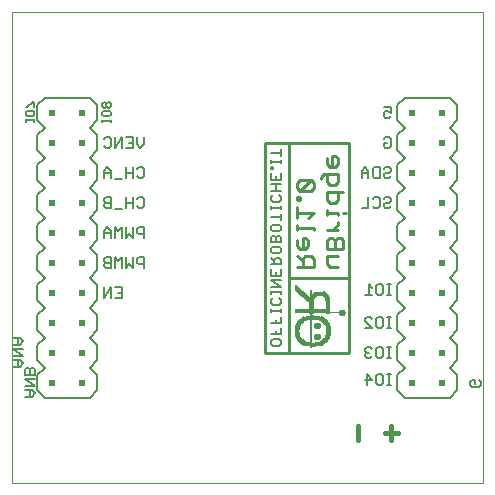
<source format=gbr>
G75*
%MOIN*%
%OFA0B0*%
%FSLAX24Y24*%
%IPPOS*%
%LPD*%
%AMOC8*
5,1,8,0,0,1.08239X$1,22.5*
%
%ADD10C,0.0060*%
%ADD11C,0.0050*%
%ADD12C,0.0010*%
%ADD13C,0.0110*%
%ADD14C,0.0070*%
%ADD15R,0.0004X0.0075*%
%ADD16R,0.0004X0.0165*%
%ADD17R,0.0004X0.0220*%
%ADD18R,0.0004X0.0264*%
%ADD19R,0.0004X0.0295*%
%ADD20R,0.0004X0.0327*%
%ADD21R,0.0004X0.0354*%
%ADD22R,0.0004X0.0150*%
%ADD23R,0.0004X0.0193*%
%ADD24R,0.0004X0.0382*%
%ADD25R,0.0004X0.0402*%
%ADD26R,0.0004X0.0197*%
%ADD27R,0.0004X0.0421*%
%ADD28R,0.0004X0.0445*%
%ADD29R,0.0004X0.0461*%
%ADD30R,0.0004X0.0480*%
%ADD31R,0.0004X0.0496*%
%ADD32R,0.0004X0.0512*%
%ADD33R,0.0004X0.0528*%
%ADD34R,0.0004X0.0543*%
%ADD35R,0.0004X0.0555*%
%ADD36R,0.0004X0.0567*%
%ADD37R,0.0004X0.0583*%
%ADD38R,0.0004X0.0594*%
%ADD39R,0.0004X0.0606*%
%ADD40R,0.0004X0.0618*%
%ADD41R,0.0004X0.0630*%
%ADD42R,0.0004X0.0638*%
%ADD43R,0.0004X0.0654*%
%ADD44R,0.0004X0.0661*%
%ADD45R,0.0004X0.0669*%
%ADD46R,0.0004X0.0677*%
%ADD47R,0.0004X0.0693*%
%ADD48R,0.0004X0.0701*%
%ADD49R,0.0004X0.0709*%
%ADD50R,0.0004X0.0717*%
%ADD51R,0.0004X0.0311*%
%ADD52R,0.0004X0.0287*%
%ADD53R,0.0004X0.0276*%
%ADD54R,0.0004X0.0272*%
%ADD55R,0.0004X0.0256*%
%ADD56R,0.0004X0.0252*%
%ADD57R,0.0004X0.0248*%
%ADD58R,0.0004X0.0244*%
%ADD59R,0.0004X0.0240*%
%ADD60R,0.0004X0.0236*%
%ADD61R,0.0004X0.0232*%
%ADD62R,0.0004X0.0228*%
%ADD63R,0.0004X0.0224*%
%ADD64R,0.0004X0.0217*%
%ADD65R,0.0004X0.0213*%
%ADD66R,0.0004X0.0209*%
%ADD67R,0.0004X0.0205*%
%ADD68R,0.0004X0.0201*%
%ADD69R,0.0004X0.0189*%
%ADD70R,0.0004X0.0185*%
%ADD71R,0.0004X0.0181*%
%ADD72R,0.0004X0.0177*%
%ADD73R,0.0004X0.0173*%
%ADD74R,0.0004X0.0169*%
%ADD75R,0.0004X0.0161*%
%ADD76R,0.0004X0.0157*%
%ADD77R,0.0004X0.0154*%
%ADD78R,0.0004X0.0551*%
%ADD79R,0.0004X0.0547*%
%ADD80R,0.0004X0.0539*%
%ADD81R,0.0004X0.0535*%
%ADD82R,0.0004X0.0571*%
%ADD83R,0.0004X0.0579*%
%ADD84R,0.0004X0.0587*%
%ADD85R,0.0004X0.0591*%
%ADD86R,0.0004X0.0598*%
%ADD87R,0.0004X0.0602*%
%ADD88R,0.0004X0.0610*%
%ADD89R,0.0004X0.0614*%
%ADD90R,0.0004X0.0626*%
%ADD91R,0.0004X0.0634*%
%ADD92R,0.0004X0.0642*%
%ADD93R,0.0004X0.0646*%
%ADD94R,0.0004X0.0280*%
%ADD95R,0.0004X0.0031*%
%ADD96R,0.0004X0.0067*%
%ADD97R,0.0004X0.0087*%
%ADD98R,0.0004X0.0102*%
%ADD99R,0.0004X0.0114*%
%ADD100R,0.0004X0.0126*%
%ADD101R,0.0004X0.0134*%
%ADD102R,0.0004X0.0146*%
%ADD103R,0.0004X0.0138*%
%ADD104R,0.0004X0.0118*%
%ADD105R,0.0004X0.0091*%
%ADD106R,0.0004X0.0071*%
%ADD107R,0.0004X0.0039*%
%ADD108R,0.0004X0.0689*%
%ADD109R,0.0004X0.0260*%
%ADD110R,0.0004X0.0685*%
%ADD111R,0.0004X0.0681*%
%ADD112R,0.0004X0.0673*%
%ADD113R,0.0004X0.0665*%
%ADD114R,0.0004X0.0657*%
%ADD115R,0.0004X0.0622*%
%ADD116R,0.0004X0.0559*%
%ADD117R,0.0004X0.0476*%
%ADD118R,0.0004X0.0457*%
%ADD119R,0.0004X0.0524*%
%ADD120R,0.0004X0.0441*%
%ADD121R,0.0004X0.0508*%
%ADD122R,0.0004X0.0488*%
%ADD123R,0.0004X0.0398*%
%ADD124R,0.0004X0.0465*%
%ADD125R,0.0004X0.0374*%
%ADD126R,0.0004X0.0433*%
%ADD127R,0.0004X0.0350*%
%ADD128R,0.0004X0.0323*%
%ADD129R,0.0004X0.0059*%
%ADD130R,0.0004X0.0083*%
%ADD131R,0.0004X0.0098*%
%ADD132R,0.0004X0.0122*%
%ADD133R,0.0004X0.0130*%
%ADD134R,0.0004X0.0142*%
%ADD135R,0.0004X0.0106*%
%ADD136R,0.0004X0.0051*%
%ADD137C,0.0170*%
%ADD138C,0.0100*%
%ADD139R,0.0200X0.0200*%
D10*
X000663Y003794D02*
X000890Y003794D01*
X001004Y003907D01*
X000890Y004021D01*
X000663Y004021D01*
X000663Y004162D02*
X001004Y004162D01*
X000663Y004389D01*
X001004Y004389D01*
X001004Y004530D02*
X001004Y004701D01*
X000947Y004757D01*
X000890Y004757D01*
X000833Y004701D01*
X000833Y004530D01*
X000663Y004530D02*
X000663Y004701D01*
X000720Y004757D01*
X000777Y004757D01*
X000833Y004701D01*
X000663Y004530D02*
X001004Y004530D01*
X001083Y004514D02*
X001083Y004014D01*
X001333Y003764D01*
X002833Y003764D01*
X003083Y004014D01*
X003083Y004514D01*
X002833Y004764D01*
X003083Y005014D01*
X003083Y005514D01*
X002833Y005764D01*
X003083Y006014D01*
X003083Y006514D01*
X002833Y006764D01*
X003083Y007014D01*
X003083Y007514D01*
X002833Y007764D01*
X003083Y008014D01*
X003083Y008514D01*
X002833Y008764D01*
X003083Y009014D01*
X003083Y009514D01*
X002833Y009764D01*
X003083Y010014D01*
X003083Y010514D01*
X002833Y010764D01*
X003083Y011014D01*
X003083Y011514D01*
X002833Y011764D01*
X003083Y012014D01*
X003083Y012514D01*
X002833Y012764D01*
X003083Y013014D01*
X003083Y013514D01*
X002833Y013764D01*
X001333Y013764D01*
X001083Y013514D01*
X001083Y013014D01*
X001333Y012764D01*
X001083Y012514D01*
X001083Y012014D01*
X001333Y011764D01*
X001083Y011514D01*
X001083Y011014D01*
X001333Y010764D01*
X001083Y010514D01*
X001083Y010014D01*
X001333Y009764D01*
X001083Y009514D01*
X001083Y009014D01*
X001333Y008764D01*
X001083Y008514D01*
X001083Y008014D01*
X001333Y007764D01*
X001083Y007514D01*
X001083Y007014D01*
X001333Y006764D01*
X001083Y006514D01*
X001083Y006014D01*
X001333Y005764D01*
X001083Y005514D01*
X001083Y005014D01*
X001333Y004764D01*
X001083Y004514D01*
X000833Y004021D02*
X000833Y003794D01*
X000490Y004794D02*
X000263Y004794D01*
X000433Y004794D02*
X000433Y005021D01*
X000490Y005021D02*
X000263Y005021D01*
X000263Y005162D02*
X000604Y005162D01*
X000263Y005389D01*
X000604Y005389D01*
X000490Y005530D02*
X000604Y005644D01*
X000490Y005757D01*
X000263Y005757D01*
X000433Y005757D02*
X000433Y005530D01*
X000490Y005530D02*
X000263Y005530D01*
X000490Y005021D02*
X000604Y004907D01*
X000490Y004794D01*
X003295Y007094D02*
X003295Y007434D01*
X003522Y007434D02*
X003295Y007094D01*
X003522Y007094D02*
X003522Y007434D01*
X003663Y007434D02*
X003890Y007434D01*
X003890Y007094D01*
X003663Y007094D01*
X003777Y007264D02*
X003890Y007264D01*
X003890Y008094D02*
X003890Y008434D01*
X003777Y008321D01*
X003663Y008434D01*
X003663Y008094D01*
X003522Y008094D02*
X003352Y008094D01*
X003295Y008150D01*
X003295Y008207D01*
X003352Y008264D01*
X003522Y008264D01*
X003522Y008434D02*
X003352Y008434D01*
X003295Y008377D01*
X003295Y008321D01*
X003352Y008264D01*
X003522Y008094D02*
X003522Y008434D01*
X004031Y008434D02*
X004031Y008094D01*
X004145Y008207D01*
X004258Y008094D01*
X004258Y008434D01*
X004400Y008377D02*
X004400Y008264D01*
X004456Y008207D01*
X004627Y008207D01*
X004627Y008094D02*
X004627Y008434D01*
X004456Y008434D01*
X004400Y008377D01*
X004258Y009094D02*
X004145Y009207D01*
X004031Y009094D01*
X004031Y009434D01*
X003890Y009434D02*
X003777Y009321D01*
X003663Y009434D01*
X003663Y009094D01*
X003522Y009094D02*
X003522Y009321D01*
X003408Y009434D01*
X003295Y009321D01*
X003295Y009094D01*
X003295Y009264D02*
X003522Y009264D01*
X003890Y009094D02*
X003890Y009434D01*
X004258Y009434D02*
X004258Y009094D01*
X004400Y009264D02*
X004456Y009207D01*
X004627Y009207D01*
X004627Y009094D02*
X004627Y009434D01*
X004456Y009434D01*
X004400Y009377D01*
X004400Y009264D01*
X003890Y010037D02*
X003663Y010037D01*
X003522Y010094D02*
X003352Y010094D01*
X003295Y010150D01*
X003295Y010207D01*
X003352Y010264D01*
X003522Y010264D01*
X003522Y010434D02*
X003352Y010434D01*
X003295Y010377D01*
X003295Y010321D01*
X003352Y010264D01*
X003522Y010094D02*
X003522Y010434D01*
X003663Y011037D02*
X003890Y011037D01*
X004031Y011094D02*
X004031Y011434D01*
X004031Y011264D02*
X004258Y011264D01*
X004258Y011094D02*
X004258Y011434D01*
X004400Y011377D02*
X004456Y011434D01*
X004570Y011434D01*
X004627Y011377D01*
X004627Y011150D01*
X004570Y011094D01*
X004456Y011094D01*
X004400Y011150D01*
X004456Y010434D02*
X004570Y010434D01*
X004627Y010377D01*
X004627Y010150D01*
X004570Y010094D01*
X004456Y010094D01*
X004400Y010150D01*
X004258Y010094D02*
X004258Y010434D01*
X004400Y010377D02*
X004456Y010434D01*
X004258Y010264D02*
X004031Y010264D01*
X004031Y010434D02*
X004031Y010094D01*
X003522Y011094D02*
X003522Y011321D01*
X003408Y011434D01*
X003295Y011321D01*
X003295Y011094D01*
X003295Y011264D02*
X003522Y011264D01*
X003465Y012094D02*
X003352Y012094D01*
X003295Y012150D01*
X003465Y012094D02*
X003522Y012150D01*
X003522Y012377D01*
X003465Y012434D01*
X003352Y012434D01*
X003295Y012377D01*
X003663Y012434D02*
X003663Y012094D01*
X003890Y012434D01*
X003890Y012094D01*
X004031Y012094D02*
X004258Y012094D01*
X004258Y012434D01*
X004031Y012434D01*
X004145Y012264D02*
X004258Y012264D01*
X004400Y012207D02*
X004400Y012434D01*
X004627Y012434D02*
X004627Y012207D01*
X004513Y012094D01*
X004400Y012207D01*
X011890Y011321D02*
X011890Y011094D01*
X011890Y011264D02*
X012117Y011264D01*
X012117Y011321D02*
X012003Y011434D01*
X011890Y011321D01*
X012117Y011321D02*
X012117Y011094D01*
X012258Y011150D02*
X012258Y011377D01*
X012315Y011434D01*
X012485Y011434D01*
X012485Y011094D01*
X012315Y011094D01*
X012258Y011150D01*
X012626Y011150D02*
X012683Y011094D01*
X012797Y011094D01*
X012853Y011150D01*
X012797Y011264D02*
X012683Y011264D01*
X012626Y011207D01*
X012626Y011150D01*
X012797Y011264D02*
X012853Y011321D01*
X012853Y011377D01*
X012797Y011434D01*
X012683Y011434D01*
X012626Y011377D01*
X013083Y011514D02*
X013083Y011014D01*
X013333Y010764D01*
X013083Y010514D01*
X013083Y010014D01*
X013333Y009764D01*
X013083Y009514D01*
X013083Y009014D01*
X013333Y008764D01*
X013083Y008514D01*
X013083Y008014D01*
X013333Y007764D01*
X013083Y007514D01*
X013083Y007014D01*
X013333Y006764D01*
X013083Y006514D01*
X013083Y006014D01*
X013333Y005764D01*
X013083Y005514D01*
X013083Y005014D01*
X013333Y004764D01*
X013083Y004514D01*
X013083Y004014D01*
X013333Y003764D01*
X014833Y003764D01*
X015083Y004014D01*
X015083Y004514D01*
X014833Y004764D01*
X015083Y005014D01*
X015083Y005514D01*
X014833Y005764D01*
X015083Y006014D01*
X015083Y006514D01*
X014833Y006764D01*
X015083Y007014D01*
X015083Y007514D01*
X014833Y007764D01*
X015083Y008014D01*
X015083Y008514D01*
X014833Y008764D01*
X015083Y009014D01*
X015083Y009514D01*
X014833Y009764D01*
X015083Y010014D01*
X015083Y010514D01*
X014833Y010764D01*
X015083Y011014D01*
X015083Y011514D01*
X014833Y011764D01*
X015083Y012014D01*
X015083Y012514D01*
X014833Y012764D01*
X015083Y013014D01*
X015083Y013514D01*
X014833Y013764D01*
X013333Y013764D01*
X013083Y013514D01*
X013083Y013014D01*
X013333Y012764D01*
X013083Y012514D01*
X013083Y012014D01*
X013333Y011764D01*
X013083Y011514D01*
X012797Y012094D02*
X012683Y012094D01*
X012626Y012150D01*
X012626Y012264D01*
X012740Y012264D01*
X012853Y012377D02*
X012853Y012150D01*
X012797Y012094D01*
X012853Y012377D02*
X012797Y012434D01*
X012683Y012434D01*
X012626Y012377D01*
X012683Y013094D02*
X012797Y013094D01*
X012853Y013150D01*
X012853Y013264D02*
X012740Y013321D01*
X012683Y013321D01*
X012626Y013264D01*
X012626Y013150D01*
X012683Y013094D01*
X012853Y013264D02*
X012853Y013434D01*
X012626Y013434D01*
X012683Y010434D02*
X012797Y010434D01*
X012853Y010377D01*
X012853Y010321D01*
X012797Y010264D01*
X012683Y010264D01*
X012626Y010207D01*
X012626Y010150D01*
X012683Y010094D01*
X012797Y010094D01*
X012853Y010150D01*
X012626Y010377D02*
X012683Y010434D01*
X012485Y010377D02*
X012485Y010150D01*
X012428Y010094D01*
X012315Y010094D01*
X012258Y010150D01*
X012117Y010094D02*
X011890Y010094D01*
X012117Y010094D02*
X012117Y010434D01*
X012258Y010377D02*
X012315Y010434D01*
X012428Y010434D01*
X012485Y010377D01*
X012438Y007534D02*
X012381Y007477D01*
X012381Y007250D01*
X012438Y007194D01*
X012551Y007194D01*
X012608Y007250D01*
X012608Y007477D01*
X012551Y007534D01*
X012438Y007534D01*
X012239Y007421D02*
X012126Y007534D01*
X012126Y007194D01*
X012239Y007194D02*
X012013Y007194D01*
X012069Y006434D02*
X012183Y006434D01*
X012239Y006377D01*
X012381Y006377D02*
X012438Y006434D01*
X012551Y006434D01*
X012608Y006377D01*
X012608Y006150D01*
X012551Y006094D01*
X012438Y006094D01*
X012381Y006150D01*
X012381Y006377D01*
X012239Y006094D02*
X012013Y006094D01*
X012239Y006094D02*
X012013Y006321D01*
X012013Y006377D01*
X012069Y006434D01*
X012740Y006434D02*
X012853Y006434D01*
X012797Y006434D02*
X012797Y006094D01*
X012853Y006094D02*
X012740Y006094D01*
X012740Y005434D02*
X012853Y005434D01*
X012797Y005434D02*
X012797Y005094D01*
X012853Y005094D02*
X012740Y005094D01*
X012608Y005150D02*
X012551Y005094D01*
X012438Y005094D01*
X012381Y005150D01*
X012381Y005377D01*
X012438Y005434D01*
X012551Y005434D01*
X012608Y005377D01*
X012608Y005150D01*
X012239Y005150D02*
X012183Y005094D01*
X012069Y005094D01*
X012013Y005150D01*
X012013Y005207D01*
X012069Y005264D01*
X012126Y005264D01*
X012069Y005264D02*
X012013Y005321D01*
X012013Y005377D01*
X012069Y005434D01*
X012183Y005434D01*
X012239Y005377D01*
X012069Y004534D02*
X012239Y004364D01*
X012013Y004364D01*
X012069Y004194D02*
X012069Y004534D01*
X012381Y004477D02*
X012381Y004250D01*
X012438Y004194D01*
X012551Y004194D01*
X012608Y004250D01*
X012608Y004477D01*
X012551Y004534D01*
X012438Y004534D01*
X012381Y004477D01*
X012740Y004534D02*
X012853Y004534D01*
X012797Y004534D02*
X012797Y004194D01*
X012853Y004194D02*
X012740Y004194D01*
X015513Y004166D02*
X015513Y004280D01*
X015570Y004336D01*
X015683Y004336D01*
X015683Y004223D01*
X015570Y004110D02*
X015513Y004166D01*
X015570Y004110D02*
X015797Y004110D01*
X015854Y004166D01*
X015854Y004280D01*
X015797Y004336D01*
X012853Y007194D02*
X012740Y007194D01*
X012797Y007194D02*
X012797Y007534D01*
X012853Y007534D02*
X012740Y007534D01*
D11*
X010213Y007364D02*
X010213Y005464D01*
X003519Y012939D02*
X003519Y013029D01*
X003519Y012984D02*
X003248Y012984D01*
X003248Y012939D02*
X003248Y013029D01*
X003293Y013135D02*
X003248Y013180D01*
X003248Y013270D01*
X003293Y013315D01*
X003474Y013315D01*
X003519Y013270D01*
X003519Y013180D01*
X003474Y013135D01*
X003293Y013135D01*
X003293Y013430D02*
X003338Y013430D01*
X003383Y013475D01*
X003383Y013565D01*
X003338Y013610D01*
X003293Y013610D01*
X003248Y013565D01*
X003248Y013475D01*
X003293Y013430D01*
X003383Y013475D02*
X003428Y013430D01*
X003474Y013430D01*
X003519Y013475D01*
X003519Y013565D01*
X003474Y013610D01*
X003428Y013610D01*
X003383Y013565D01*
X000969Y013627D02*
X000969Y013447D01*
X000924Y013332D02*
X000969Y013287D01*
X000969Y013197D01*
X000924Y013152D01*
X000743Y013152D01*
X000698Y013197D01*
X000698Y013287D01*
X000743Y013332D01*
X000924Y013332D01*
X000743Y013447D02*
X000698Y013447D01*
X000743Y013447D02*
X000924Y013627D01*
X000969Y013627D01*
X000969Y013046D02*
X000969Y012956D01*
X000969Y013001D02*
X000698Y013001D01*
X000698Y012956D02*
X000698Y013046D01*
D12*
X000233Y016614D02*
X000233Y000914D01*
X015933Y000914D01*
X015933Y016614D01*
X000233Y016614D01*
D13*
X009738Y010926D02*
X009738Y010743D01*
X009830Y010651D01*
X010197Y011018D01*
X009830Y011018D01*
X009738Y010926D01*
X009830Y010651D02*
X010197Y010651D01*
X010289Y010743D01*
X010289Y010926D01*
X010197Y011018D01*
X010545Y011037D02*
X010545Y011129D01*
X010637Y011220D01*
X011095Y011220D01*
X011095Y010945D01*
X011004Y010853D01*
X010820Y010853D01*
X010728Y010945D01*
X010728Y011220D01*
X010820Y011461D02*
X010728Y011553D01*
X010728Y011736D01*
X010912Y011828D02*
X010912Y011461D01*
X010820Y011461D02*
X011004Y011461D01*
X011095Y011553D01*
X011095Y011736D01*
X011004Y011828D01*
X010912Y011828D01*
X011095Y010613D02*
X011095Y010338D01*
X011004Y010246D01*
X010820Y010246D01*
X010728Y010338D01*
X010728Y010613D01*
X011279Y010613D01*
X011279Y009932D02*
X011371Y009932D01*
X011095Y009932D02*
X011095Y009841D01*
X011095Y009932D02*
X010728Y009932D01*
X010728Y009841D02*
X010728Y010024D01*
X011095Y009609D02*
X011095Y009518D01*
X010912Y009334D01*
X011095Y009334D02*
X010728Y009334D01*
X010820Y009093D02*
X010728Y009002D01*
X010728Y008726D01*
X011279Y008726D01*
X011279Y009002D01*
X011187Y009093D01*
X011095Y009093D01*
X011004Y009002D01*
X011004Y008726D01*
X011004Y009002D02*
X010912Y009093D01*
X010820Y009093D01*
X010289Y009334D02*
X010289Y009426D01*
X009738Y009426D01*
X009738Y009334D02*
X009738Y009518D01*
X009738Y009739D02*
X009738Y010106D01*
X009738Y009923D02*
X010289Y009923D01*
X010105Y009739D01*
X009830Y010347D02*
X009830Y010439D01*
X009738Y010439D01*
X009738Y010347D01*
X009830Y010347D01*
X009922Y009093D02*
X009922Y008726D01*
X009830Y008726D02*
X010014Y008726D01*
X010105Y008818D01*
X010105Y009002D01*
X010014Y009093D01*
X009922Y009093D01*
X009738Y009002D02*
X009738Y008818D01*
X009830Y008726D01*
X009738Y008486D02*
X009922Y008302D01*
X009922Y008394D02*
X009922Y008119D01*
X009738Y008119D02*
X010289Y008119D01*
X010289Y008394D01*
X010197Y008486D01*
X010014Y008486D01*
X009922Y008394D01*
X010728Y008486D02*
X010728Y008210D01*
X010820Y008119D01*
X011095Y008119D01*
X011095Y008486D02*
X010728Y008486D01*
D14*
X009199Y008365D02*
X009199Y008200D01*
X008868Y008200D01*
X008978Y008200D02*
X008978Y008365D01*
X009033Y008420D01*
X009144Y008420D01*
X009199Y008365D01*
X009199Y008052D02*
X009199Y007831D01*
X008868Y007831D01*
X008868Y008052D01*
X009033Y007942D02*
X009033Y007831D01*
X008868Y007683D02*
X009199Y007683D01*
X009199Y007463D02*
X008868Y007683D01*
X008868Y007463D02*
X009199Y007463D01*
X009199Y007328D02*
X009199Y007218D01*
X009199Y007273D02*
X008868Y007273D01*
X008868Y007218D02*
X008868Y007328D01*
X008923Y007069D02*
X008868Y007014D01*
X008868Y006904D01*
X008923Y006849D01*
X009144Y006849D01*
X009199Y006904D01*
X009199Y007014D01*
X009144Y007069D01*
X009199Y006714D02*
X009199Y006604D01*
X009199Y006659D02*
X008868Y006659D01*
X008868Y006604D02*
X008868Y006714D01*
X009199Y006456D02*
X009199Y006235D01*
X008868Y006235D01*
X009033Y006235D02*
X009033Y006345D01*
X009199Y006087D02*
X009199Y005867D01*
X008868Y005867D01*
X008923Y005719D02*
X009144Y005719D01*
X009199Y005664D01*
X009199Y005554D01*
X009144Y005499D01*
X008923Y005499D01*
X008868Y005554D01*
X008868Y005664D01*
X008923Y005719D01*
X009033Y005867D02*
X009033Y005977D01*
X008978Y008310D02*
X008868Y008420D01*
X008923Y008568D02*
X008868Y008623D01*
X008868Y008733D01*
X008923Y008788D01*
X009144Y008788D01*
X009199Y008733D01*
X009199Y008623D01*
X009144Y008568D01*
X008923Y008568D01*
X008868Y008936D02*
X008868Y009101D01*
X008923Y009157D01*
X008978Y009157D01*
X009033Y009101D01*
X009033Y008936D01*
X008868Y008936D02*
X009199Y008936D01*
X009199Y009101D01*
X009144Y009157D01*
X009089Y009157D01*
X009033Y009101D01*
X008923Y009305D02*
X008868Y009360D01*
X008868Y009470D01*
X008923Y009525D01*
X009144Y009525D01*
X009199Y009470D01*
X009199Y009360D01*
X009144Y009305D01*
X008923Y009305D01*
X009199Y009673D02*
X009199Y009893D01*
X009199Y009783D02*
X008868Y009783D01*
X008868Y010041D02*
X008868Y010151D01*
X008868Y010096D02*
X009199Y010096D01*
X009199Y010041D02*
X009199Y010151D01*
X009144Y010287D02*
X008923Y010287D01*
X008868Y010342D01*
X008868Y010452D01*
X008923Y010507D01*
X008868Y010655D02*
X009199Y010655D01*
X009144Y010507D02*
X009199Y010452D01*
X009199Y010342D01*
X009144Y010287D01*
X009033Y010655D02*
X009033Y010875D01*
X009033Y011023D02*
X009033Y011134D01*
X008868Y011023D02*
X008868Y011244D01*
X008868Y011392D02*
X008868Y011447D01*
X008923Y011447D01*
X008923Y011392D01*
X008868Y011392D01*
X008868Y011576D02*
X008868Y011686D01*
X008868Y011631D02*
X009199Y011631D01*
X009199Y011576D02*
X009199Y011686D01*
X009199Y011821D02*
X009199Y012042D01*
X009199Y011932D02*
X008868Y011932D01*
X009199Y011244D02*
X009199Y011023D01*
X008868Y011023D01*
X008868Y010875D02*
X009199Y010875D01*
D15*
X011354Y006576D03*
X010874Y005982D03*
X009689Y005982D03*
D16*
X009693Y005980D03*
X009988Y006374D03*
X009992Y006374D03*
X009996Y006378D03*
X010000Y006378D03*
X010004Y006381D03*
X010008Y006381D03*
X010016Y006385D03*
X010023Y006389D03*
X010035Y006393D03*
X010366Y006161D03*
X010492Y006161D03*
X010563Y006378D03*
X010567Y006378D03*
X010559Y006381D03*
X010555Y006381D03*
X010551Y006385D03*
X010547Y006385D03*
X010539Y006389D03*
X010535Y006389D03*
X010527Y006393D03*
X010516Y006397D03*
X010492Y005787D03*
X010366Y005787D03*
X010535Y005570D03*
X010543Y005574D03*
X010547Y005574D03*
X010551Y005578D03*
X010555Y005578D03*
X010559Y005582D03*
X010563Y005582D03*
X010571Y005586D03*
X010579Y005590D03*
X010027Y005570D03*
X010020Y005574D03*
X010016Y005574D03*
X010012Y005578D03*
X010008Y005578D03*
X010000Y005582D03*
X009992Y005586D03*
X010374Y007189D03*
X010378Y007192D03*
X010386Y007196D03*
X010602Y007224D03*
X010606Y007224D03*
X010614Y007220D03*
X010618Y007220D03*
D17*
X010307Y007114D03*
X010705Y006271D03*
X010709Y005696D03*
X010705Y005692D03*
X009858Y005692D03*
X009697Y005980D03*
X009858Y006267D03*
D18*
X009831Y006222D03*
X009701Y005982D03*
X009831Y005738D03*
X010732Y005738D03*
D19*
X010858Y005982D03*
X010720Y007108D03*
X009705Y005982D03*
D20*
X009709Y005982D03*
D21*
X009712Y005980D03*
D22*
X009712Y006637D03*
X009716Y006637D03*
X009720Y006637D03*
X009724Y006637D03*
X009728Y006637D03*
X009732Y006637D03*
X009736Y006637D03*
X009740Y006637D03*
X009744Y006637D03*
X009748Y006637D03*
X009752Y006637D03*
X009756Y006637D03*
X009760Y006637D03*
X009764Y006637D03*
X009768Y006637D03*
X009772Y006637D03*
X009775Y006637D03*
X009779Y006637D03*
X009783Y006637D03*
X009787Y006637D03*
X009791Y006637D03*
X009795Y006637D03*
X009799Y006637D03*
X009803Y006637D03*
X009807Y006637D03*
X009811Y006637D03*
X009815Y006637D03*
X009819Y006637D03*
X009823Y006637D03*
X009827Y006637D03*
X009831Y006637D03*
X009835Y006637D03*
X009838Y006637D03*
X009842Y006637D03*
X009846Y006637D03*
X009850Y006637D03*
X009854Y006637D03*
X009858Y006637D03*
X009862Y006637D03*
X009866Y006637D03*
X009870Y006637D03*
X009874Y006637D03*
X009878Y006637D03*
X009882Y006637D03*
X009886Y006637D03*
X009890Y006637D03*
X009894Y006637D03*
X009898Y006637D03*
X009901Y006637D03*
X009905Y006637D03*
X009909Y006637D03*
X009913Y006637D03*
X009917Y006637D03*
X009921Y006637D03*
X009925Y006637D03*
X009929Y006637D03*
X009933Y006637D03*
X009937Y006637D03*
X009941Y006637D03*
X009945Y006637D03*
X009949Y006637D03*
X009953Y006637D03*
X009957Y006637D03*
X009960Y006637D03*
X009964Y006637D03*
X009968Y006637D03*
X009972Y006637D03*
X009976Y006637D03*
X009980Y006637D03*
X009984Y006637D03*
X009988Y006637D03*
X009992Y006637D03*
X009996Y006637D03*
X010000Y006637D03*
X010004Y006637D03*
X010008Y006637D03*
X010012Y006637D03*
X010016Y006637D03*
X010020Y006637D03*
X010023Y006637D03*
X010027Y006637D03*
X010031Y006637D03*
X010035Y006637D03*
X010039Y006637D03*
X010043Y006637D03*
X010047Y006637D03*
X010051Y006637D03*
X010055Y006637D03*
X010059Y006637D03*
X010063Y006637D03*
X010067Y006637D03*
X010071Y006637D03*
X010075Y006637D03*
X010079Y006637D03*
X010083Y006637D03*
X010086Y006637D03*
X010090Y006637D03*
X010094Y006637D03*
X010098Y006637D03*
X010102Y006637D03*
X010106Y006637D03*
X010110Y006637D03*
X010114Y006637D03*
X010118Y006637D03*
X010122Y006637D03*
X010126Y006637D03*
X010130Y006637D03*
X010134Y006637D03*
X010138Y006637D03*
X010142Y006637D03*
X010146Y006637D03*
X010149Y006637D03*
X010153Y006637D03*
X010157Y006637D03*
X010161Y006637D03*
X010295Y006637D03*
X010299Y006637D03*
X010303Y006637D03*
X010307Y006637D03*
X010311Y006637D03*
X010315Y006637D03*
X010319Y006637D03*
X010323Y006637D03*
X010327Y006637D03*
X010331Y006637D03*
X010335Y006637D03*
X010338Y006637D03*
X010342Y006637D03*
X010346Y006637D03*
X010350Y006637D03*
X010354Y006637D03*
X010358Y006637D03*
X010362Y006637D03*
X010366Y006637D03*
X010370Y006637D03*
X010374Y006637D03*
X010378Y006637D03*
X010382Y006637D03*
X010386Y006637D03*
X010390Y006637D03*
X010394Y006637D03*
X010398Y006637D03*
X010401Y006637D03*
X010405Y006637D03*
X010409Y006637D03*
X010413Y006637D03*
X010417Y006637D03*
X010421Y006637D03*
X010425Y006637D03*
X010429Y006637D03*
X010433Y006637D03*
X010437Y006637D03*
X010441Y006637D03*
X010445Y006637D03*
X010449Y006637D03*
X010453Y006637D03*
X010457Y006637D03*
X010460Y006637D03*
X010464Y006637D03*
X010468Y006637D03*
X010472Y006637D03*
X010476Y006637D03*
X010480Y006637D03*
X010484Y006637D03*
X010488Y006637D03*
X010492Y006637D03*
X010496Y006637D03*
X010500Y006637D03*
X010504Y006637D03*
X010508Y006637D03*
X010512Y006637D03*
X010516Y006637D03*
X010520Y006637D03*
X010523Y006637D03*
X010527Y006637D03*
X010531Y006637D03*
X010535Y006637D03*
X010539Y006637D03*
X010543Y006637D03*
X010547Y006637D03*
X010551Y006637D03*
X010555Y006637D03*
X010559Y006637D03*
X010563Y006637D03*
X010567Y006637D03*
X010571Y006637D03*
X010575Y006637D03*
X010579Y006637D03*
X010583Y006637D03*
X010586Y006637D03*
X010590Y006637D03*
X010594Y006637D03*
X010598Y006637D03*
X010602Y006637D03*
X010606Y006637D03*
X010610Y006637D03*
X010614Y006637D03*
X010618Y006637D03*
X010622Y006637D03*
X010626Y006637D03*
X010630Y006637D03*
X010634Y006637D03*
X010638Y006637D03*
X010642Y006637D03*
X010646Y006637D03*
X010649Y006637D03*
X010653Y006637D03*
X010657Y006637D03*
X010661Y006637D03*
X010665Y006637D03*
X010669Y006637D03*
X010673Y006637D03*
X010677Y006637D03*
X010681Y006637D03*
X010685Y006637D03*
X010689Y006637D03*
X010693Y006637D03*
X010697Y006637D03*
X010701Y006637D03*
X010705Y006637D03*
X010709Y006637D03*
X010712Y006637D03*
X010716Y006637D03*
X010720Y006637D03*
D23*
X010661Y006317D03*
X010665Y006313D03*
X010669Y006309D03*
X010468Y006163D03*
X010390Y006163D03*
X010390Y005785D03*
X010468Y005785D03*
X010665Y005647D03*
X009901Y005647D03*
X009894Y006309D03*
X009898Y006313D03*
X009901Y006317D03*
X010035Y007131D03*
X010008Y007155D03*
X009984Y007175D03*
X009980Y007179D03*
X009976Y007183D03*
X009960Y007194D03*
X009957Y007198D03*
X009953Y007202D03*
X009949Y007206D03*
X009933Y007218D03*
X009929Y007222D03*
X009925Y007226D03*
X009921Y007230D03*
X009909Y007238D03*
X009905Y007242D03*
X009901Y007246D03*
X009898Y007250D03*
X009894Y007254D03*
X009882Y007261D03*
X009878Y007265D03*
X009874Y007269D03*
X009870Y007273D03*
X009866Y007277D03*
X009862Y007281D03*
X009858Y007281D03*
X009854Y007285D03*
X009850Y007289D03*
X009846Y007293D03*
X009842Y007297D03*
X009838Y007301D03*
X009835Y007305D03*
X009831Y007305D03*
X009827Y007309D03*
X009823Y007313D03*
X009819Y007317D03*
X009815Y007320D03*
X009811Y007324D03*
X009803Y007328D03*
X009799Y007332D03*
X009795Y007336D03*
X009791Y007340D03*
X009787Y007344D03*
X009772Y007356D03*
X009768Y007360D03*
X009764Y007364D03*
X009760Y007368D03*
X009744Y007380D03*
X009740Y007383D03*
X009736Y007387D03*
X009716Y007403D03*
X009712Y007407D03*
X010327Y007147D03*
X011216Y006576D03*
X011220Y006576D03*
X011295Y006576D03*
X011299Y006576D03*
D24*
X009716Y005982D03*
D25*
X009720Y005980D03*
D26*
X009890Y005657D03*
X009894Y005653D03*
X009898Y005649D03*
X010394Y005787D03*
X010398Y005787D03*
X010460Y005787D03*
X010464Y005787D03*
X010669Y005653D03*
X010673Y005657D03*
X010464Y006161D03*
X010398Y006161D03*
X010394Y006161D03*
X010323Y007141D03*
X010677Y007185D03*
X011291Y006574D03*
X009807Y007326D03*
X009783Y007346D03*
X009779Y007350D03*
X009775Y007354D03*
X009756Y007370D03*
X009752Y007374D03*
X009748Y007378D03*
X009732Y007389D03*
X009728Y007393D03*
X009724Y007397D03*
X009720Y007401D03*
D27*
X009724Y005982D03*
X010838Y005982D03*
D28*
X009728Y005982D03*
D29*
X009732Y005982D03*
D30*
X009736Y005980D03*
D31*
X009740Y005980D03*
X010823Y005980D03*
D32*
X010819Y005980D03*
X009744Y005980D03*
D33*
X009748Y005980D03*
X010815Y005980D03*
D34*
X010811Y005980D03*
X010177Y006834D03*
X010173Y006834D03*
X009752Y005980D03*
D35*
X009756Y005982D03*
D36*
X009760Y005980D03*
X010803Y005980D03*
X010815Y006846D03*
D37*
X010799Y005980D03*
X009764Y005980D03*
D38*
X009768Y005982D03*
X010803Y006860D03*
D39*
X010795Y006866D03*
X010791Y005980D03*
X009772Y005980D03*
D40*
X009775Y005982D03*
X010268Y006872D03*
D41*
X010275Y006878D03*
X009779Y005980D03*
X010783Y005980D03*
D42*
X010779Y005980D03*
X010775Y006881D03*
X010283Y006881D03*
X009783Y005980D03*
D43*
X009787Y005980D03*
X010775Y005980D03*
X010764Y006889D03*
D44*
X010756Y006893D03*
X010772Y005980D03*
X009791Y005980D03*
D45*
X009795Y005980D03*
X010768Y005980D03*
X010748Y006897D03*
D46*
X010740Y006901D03*
X010764Y005980D03*
X009799Y005980D03*
D47*
X009803Y005980D03*
X010760Y005980D03*
D48*
X010756Y005980D03*
X009807Y005980D03*
D49*
X009811Y005980D03*
X010752Y005980D03*
D50*
X010748Y005980D03*
X009815Y005980D03*
D51*
X009819Y006187D03*
X009819Y005773D03*
X010744Y005773D03*
X010744Y006187D03*
D52*
X010740Y006202D03*
X010740Y005757D03*
X009823Y005757D03*
X009823Y006202D03*
D53*
X009827Y005748D03*
D54*
X009827Y006214D03*
X010736Y006214D03*
X010736Y005746D03*
X010716Y007124D03*
D55*
X010712Y007135D03*
X009835Y005730D03*
D56*
X009835Y006232D03*
X010299Y007090D03*
X010728Y006232D03*
X010728Y005728D03*
D57*
X010724Y005722D03*
X009838Y005722D03*
D58*
X009838Y006240D03*
X010724Y006240D03*
D59*
X010720Y006246D03*
X010720Y005714D03*
X009842Y005714D03*
X009842Y006246D03*
X010709Y007143D03*
D60*
X010303Y007102D03*
X009846Y006252D03*
X009846Y005708D03*
X010716Y005708D03*
D61*
X010716Y006254D03*
X010705Y007151D03*
X009850Y005702D03*
D62*
X009854Y005696D03*
X009850Y006259D03*
X010712Y006259D03*
X010712Y005700D03*
D63*
X010709Y006265D03*
X009854Y006265D03*
X010701Y007159D03*
D64*
X010697Y007163D03*
X010701Y006273D03*
X010866Y005982D03*
X010701Y005687D03*
X009866Y005683D03*
X009862Y005687D03*
X009862Y006273D03*
D65*
X009866Y006279D03*
X009870Y006283D03*
X009870Y005677D03*
X010693Y005677D03*
X010697Y005681D03*
X010697Y006279D03*
X010693Y007169D03*
X010311Y007122D03*
D66*
X010689Y006289D03*
X010693Y006285D03*
X010437Y006163D03*
X010433Y006163D03*
X010429Y006163D03*
X010425Y006163D03*
X010421Y006163D03*
X010421Y005785D03*
X010425Y005785D03*
X010429Y005785D03*
X010433Y005785D03*
X010437Y005785D03*
X009874Y005671D03*
X009874Y006289D03*
X011244Y006576D03*
X011248Y006576D03*
X011252Y006576D03*
X011256Y006576D03*
X011260Y006576D03*
X011264Y006576D03*
X011268Y006576D03*
X011272Y006576D03*
D67*
X011275Y006574D03*
X011240Y006574D03*
X010685Y006291D03*
X010449Y006161D03*
X010445Y006161D03*
X010441Y006161D03*
X010417Y006161D03*
X010413Y006161D03*
X010409Y006161D03*
X010409Y005787D03*
X010413Y005787D03*
X010417Y005787D03*
X010441Y005787D03*
X010445Y005787D03*
X010449Y005787D03*
X010685Y005669D03*
X010689Y005673D03*
X009882Y005665D03*
X009878Y005669D03*
X009878Y006291D03*
X010315Y007130D03*
X010685Y007177D03*
X010689Y007173D03*
D68*
X010681Y007183D03*
X010319Y007135D03*
X010673Y006305D03*
X010677Y006301D03*
X010681Y006297D03*
X010460Y006163D03*
X010457Y006163D03*
X010453Y006163D03*
X010405Y006163D03*
X010401Y006163D03*
X010401Y005785D03*
X010405Y005785D03*
X010453Y005785D03*
X010457Y005785D03*
X010677Y005659D03*
X010681Y005663D03*
X009886Y005659D03*
X009882Y006297D03*
X009886Y006301D03*
X009890Y006305D03*
X011224Y006576D03*
X011228Y006576D03*
X011232Y006576D03*
X011236Y006576D03*
X011279Y006576D03*
X011283Y006576D03*
X011287Y006576D03*
D69*
X010657Y006318D03*
X010653Y006322D03*
X010649Y006326D03*
X010472Y006161D03*
X010386Y006161D03*
X010386Y005787D03*
X010472Y005787D03*
X010653Y005637D03*
X010657Y005641D03*
X010661Y005645D03*
X009909Y005637D03*
X009905Y005641D03*
X009905Y006318D03*
X009909Y006322D03*
X010161Y007023D03*
X010157Y007027D03*
X010153Y007031D03*
X010149Y007035D03*
X010138Y007043D03*
X010134Y007047D03*
X010130Y007051D03*
X010126Y007055D03*
X010122Y007059D03*
X010110Y007067D03*
X010106Y007070D03*
X010102Y007074D03*
X010098Y007078D03*
X010094Y007082D03*
X010090Y007086D03*
X010086Y007086D03*
X010083Y007090D03*
X010079Y007094D03*
X010075Y007098D03*
X010071Y007102D03*
X010067Y007106D03*
X010063Y007110D03*
X010059Y007110D03*
X010055Y007114D03*
X010051Y007118D03*
X010047Y007122D03*
X010043Y007126D03*
X010039Y007130D03*
X010031Y007133D03*
X010027Y007137D03*
X010023Y007141D03*
X010020Y007145D03*
X010016Y007149D03*
X010012Y007153D03*
X010004Y007157D03*
X010000Y007161D03*
X009996Y007165D03*
X009992Y007169D03*
X009988Y007173D03*
X009972Y007185D03*
X009968Y007189D03*
X009964Y007192D03*
X009945Y007208D03*
X009941Y007212D03*
X009937Y007216D03*
X009917Y007232D03*
X009913Y007236D03*
X009890Y007255D03*
X009886Y007259D03*
X010669Y007192D03*
X010673Y007189D03*
D70*
X010665Y007194D03*
X010661Y007198D03*
X010335Y007155D03*
X010331Y007151D03*
X010146Y007037D03*
X010142Y007041D03*
X010118Y007061D03*
X010114Y007065D03*
X009921Y006332D03*
X009917Y006328D03*
X009913Y006324D03*
X010382Y006163D03*
X010476Y006163D03*
X010642Y006332D03*
X010646Y006328D03*
X010476Y005785D03*
X010382Y005785D03*
X010646Y005631D03*
X010649Y005635D03*
X009929Y005624D03*
X009925Y005628D03*
X009921Y005628D03*
X009917Y005631D03*
X009913Y005635D03*
X011209Y006576D03*
X011212Y006576D03*
X011303Y006576D03*
X011307Y006576D03*
D71*
X010657Y007200D03*
X010653Y007204D03*
X010342Y007165D03*
X010338Y007161D03*
X010622Y006346D03*
X010626Y006342D03*
X010634Y006338D03*
X010638Y006334D03*
X010480Y006161D03*
X010378Y006161D03*
X010378Y005787D03*
X010480Y005787D03*
X010630Y005622D03*
X010634Y005622D03*
X010638Y005626D03*
X010642Y005630D03*
X010626Y005618D03*
X009937Y005618D03*
X009933Y005622D03*
X009925Y006334D03*
X009929Y006338D03*
X009937Y006342D03*
D72*
X009941Y006344D03*
X009945Y006348D03*
X009933Y006340D03*
X010374Y006163D03*
X010484Y006163D03*
X010606Y006356D03*
X010614Y006352D03*
X010618Y006348D03*
X010630Y006340D03*
X010484Y005785D03*
X010374Y005785D03*
X010610Y005608D03*
X010618Y005612D03*
X010622Y005616D03*
X009953Y005608D03*
X009945Y005612D03*
X009941Y005616D03*
X011201Y006576D03*
X011205Y006576D03*
X011311Y006576D03*
X010649Y007206D03*
X010354Y007175D03*
X010350Y007171D03*
X010346Y007167D03*
D73*
X010358Y007177D03*
X010362Y007181D03*
X010638Y007212D03*
X010642Y007208D03*
X010646Y007208D03*
X011315Y006574D03*
X010610Y006354D03*
X010602Y006358D03*
X010598Y006362D03*
X010594Y006362D03*
X010488Y006161D03*
X010488Y005787D03*
X010606Y005606D03*
X010602Y005602D03*
X010594Y005598D03*
X010586Y005594D03*
X010614Y005610D03*
X009976Y005594D03*
X009968Y005598D03*
X009964Y005602D03*
X009960Y005602D03*
X009957Y005606D03*
X009949Y005610D03*
X009949Y006350D03*
X009953Y006354D03*
X009957Y006354D03*
X009960Y006358D03*
X009968Y006362D03*
D74*
X009964Y006360D03*
X009972Y006364D03*
X009976Y006368D03*
X009980Y006368D03*
X009984Y006372D03*
X010370Y006163D03*
X010575Y006372D03*
X010579Y006372D03*
X010583Y006368D03*
X010586Y006368D03*
X010590Y006364D03*
X010571Y006376D03*
X010370Y005785D03*
X010567Y005584D03*
X010575Y005588D03*
X010583Y005592D03*
X010590Y005596D03*
X010598Y005600D03*
X010004Y005580D03*
X009996Y005584D03*
X009988Y005588D03*
X009984Y005588D03*
X009980Y005592D03*
X009972Y005596D03*
X011197Y006576D03*
X011319Y006576D03*
X010634Y007214D03*
X010630Y007214D03*
X010626Y007218D03*
X010622Y007218D03*
X010370Y007187D03*
X010366Y007183D03*
D75*
X010382Y007194D03*
X010390Y007198D03*
X010394Y007202D03*
X010398Y007202D03*
X010401Y007206D03*
X010405Y007206D03*
X010413Y007210D03*
X010567Y007230D03*
X010571Y007230D03*
X010575Y007230D03*
X010586Y007226D03*
X010590Y007226D03*
X010594Y007226D03*
X010598Y007226D03*
X010610Y007222D03*
X011193Y006576D03*
X011323Y006576D03*
X010870Y005982D03*
X010496Y006163D03*
X010543Y006387D03*
X010531Y006391D03*
X010523Y006395D03*
X010520Y006395D03*
X010512Y006399D03*
X010508Y006399D03*
X010500Y006403D03*
X010496Y006403D03*
X010488Y006407D03*
X010484Y006407D03*
X010468Y006411D03*
X010453Y006415D03*
X010110Y006415D03*
X010094Y006411D03*
X010079Y006407D03*
X010067Y006403D03*
X010063Y006403D03*
X010055Y006399D03*
X010051Y006399D03*
X010043Y006395D03*
X010039Y006395D03*
X010031Y006391D03*
X010027Y006391D03*
X010020Y006387D03*
X010012Y006383D03*
X010496Y005785D03*
X010539Y005572D03*
X010531Y005568D03*
X010527Y005568D03*
X010523Y005565D03*
X010520Y005565D03*
X010516Y005565D03*
X010512Y005561D03*
X010508Y005561D03*
X010504Y005561D03*
X010496Y005557D03*
X010492Y005557D03*
X010480Y005553D03*
X010464Y005549D03*
X010114Y005545D03*
X010098Y005549D03*
X010094Y005549D03*
X010083Y005553D03*
X010079Y005553D03*
X010071Y005557D03*
X010067Y005557D03*
X010063Y005557D03*
X010059Y005561D03*
X010055Y005561D03*
X010051Y005561D03*
X010047Y005565D03*
X010043Y005565D03*
X010039Y005565D03*
X010035Y005568D03*
X010031Y005568D03*
X010023Y005572D03*
D76*
X010075Y005555D03*
X010086Y005551D03*
X010090Y005551D03*
X010102Y005547D03*
X010106Y005547D03*
X010110Y005547D03*
X010118Y005543D03*
X010122Y005543D03*
X010126Y005543D03*
X010130Y005543D03*
X010134Y005543D03*
X010138Y005539D03*
X010142Y005539D03*
X010146Y005539D03*
X010149Y005539D03*
X010153Y005539D03*
X010157Y005539D03*
X010165Y005535D03*
X010169Y005535D03*
X010173Y005535D03*
X010177Y005535D03*
X010181Y005535D03*
X010185Y005535D03*
X010236Y005531D03*
X010327Y005531D03*
X010331Y005531D03*
X010335Y005531D03*
X010338Y005531D03*
X010342Y005531D03*
X010346Y005531D03*
X010350Y005531D03*
X010354Y005531D03*
X010358Y005531D03*
X010362Y005531D03*
X010378Y005535D03*
X010382Y005535D03*
X010386Y005535D03*
X010390Y005535D03*
X010394Y005535D03*
X010398Y005535D03*
X010405Y005539D03*
X010409Y005539D03*
X010413Y005539D03*
X010417Y005539D03*
X010421Y005539D03*
X010425Y005539D03*
X010429Y005543D03*
X010433Y005543D03*
X010437Y005543D03*
X010441Y005543D03*
X010445Y005543D03*
X010449Y005547D03*
X010453Y005547D03*
X010457Y005547D03*
X010460Y005547D03*
X010468Y005551D03*
X010472Y005551D03*
X010476Y005551D03*
X010484Y005555D03*
X010488Y005555D03*
X010500Y005559D03*
X010362Y005787D03*
X010362Y006161D03*
X010386Y006425D03*
X010390Y006425D03*
X010394Y006425D03*
X010398Y006425D03*
X010401Y006425D03*
X010405Y006425D03*
X010413Y006421D03*
X010417Y006421D03*
X010421Y006421D03*
X010425Y006421D03*
X010429Y006421D03*
X010433Y006417D03*
X010437Y006417D03*
X010441Y006417D03*
X010445Y006417D03*
X010449Y006417D03*
X010457Y006413D03*
X010460Y006413D03*
X010464Y006413D03*
X010472Y006409D03*
X010476Y006409D03*
X010480Y006409D03*
X010492Y006405D03*
X010504Y006401D03*
X010370Y006429D03*
X010366Y006429D03*
X010362Y006429D03*
X010358Y006429D03*
X010354Y006429D03*
X010350Y006429D03*
X010346Y006429D03*
X010342Y006429D03*
X010307Y006433D03*
X010303Y006433D03*
X010299Y006433D03*
X010295Y006433D03*
X010291Y006433D03*
X010287Y006433D03*
X010283Y006433D03*
X010279Y006433D03*
X010275Y006433D03*
X010272Y006433D03*
X010268Y006433D03*
X010264Y006433D03*
X010260Y006433D03*
X010256Y006433D03*
X010177Y006425D03*
X010173Y006425D03*
X010169Y006425D03*
X010165Y006425D03*
X010161Y006425D03*
X010157Y006425D03*
X010149Y006421D03*
X010146Y006421D03*
X010142Y006421D03*
X010138Y006421D03*
X010134Y006421D03*
X010126Y006417D03*
X010122Y006417D03*
X010118Y006417D03*
X010114Y006417D03*
X010106Y006413D03*
X010102Y006413D03*
X010098Y006413D03*
X010090Y006409D03*
X010086Y006409D03*
X010083Y006409D03*
X010075Y006405D03*
X010071Y006405D03*
X010059Y006401D03*
X010047Y006397D03*
X010409Y007208D03*
X010417Y007212D03*
X010421Y007212D03*
X010425Y007216D03*
X010429Y007216D03*
X010433Y007216D03*
X010437Y007220D03*
X010441Y007220D03*
X010445Y007220D03*
X010453Y007224D03*
X010457Y007224D03*
X010460Y007224D03*
X010472Y007228D03*
X010476Y007228D03*
X010480Y007228D03*
X010484Y007228D03*
X010488Y007228D03*
X010508Y007232D03*
X010512Y007232D03*
X010516Y007232D03*
X010520Y007232D03*
X010523Y007232D03*
X010527Y007232D03*
X010531Y007232D03*
X010535Y007232D03*
X010539Y007232D03*
X010543Y007232D03*
X010547Y007232D03*
X010551Y007232D03*
X010555Y007232D03*
X010559Y007232D03*
X010563Y007232D03*
X010579Y007228D03*
X010583Y007228D03*
X011189Y006574D03*
D77*
X011185Y006576D03*
X011327Y006576D03*
X010500Y006163D03*
X010358Y006163D03*
X010374Y006427D03*
X010378Y006427D03*
X010382Y006427D03*
X010409Y006423D03*
X010338Y006431D03*
X010335Y006431D03*
X010331Y006431D03*
X010327Y006431D03*
X010323Y006431D03*
X010319Y006431D03*
X010315Y006431D03*
X010311Y006431D03*
X010252Y006431D03*
X010248Y006431D03*
X010244Y006431D03*
X010240Y006431D03*
X010236Y006431D03*
X010185Y006427D03*
X010181Y006427D03*
X010153Y006423D03*
X010130Y006419D03*
X010358Y005785D03*
X010500Y005785D03*
X010401Y005537D03*
X010374Y005533D03*
X010370Y005533D03*
X010366Y005533D03*
X010323Y005529D03*
X010319Y005529D03*
X010315Y005529D03*
X010311Y005529D03*
X010307Y005529D03*
X010303Y005529D03*
X010299Y005529D03*
X010295Y005529D03*
X010291Y005529D03*
X010287Y005529D03*
X010283Y005529D03*
X010279Y005529D03*
X010275Y005529D03*
X010272Y005529D03*
X010268Y005529D03*
X010264Y005529D03*
X010260Y005529D03*
X010256Y005529D03*
X010252Y005529D03*
X010248Y005529D03*
X010244Y005529D03*
X010240Y005529D03*
X010161Y005537D03*
X010449Y007222D03*
X010464Y007226D03*
X010468Y007226D03*
X010492Y007230D03*
X010496Y007230D03*
X010500Y007230D03*
X010504Y007230D03*
D78*
X010165Y006838D03*
X010807Y005980D03*
D79*
X010823Y006836D03*
X010169Y006836D03*
D80*
X010181Y006832D03*
D81*
X010185Y006830D03*
X010827Y006830D03*
D82*
X010236Y006848D03*
D83*
X010240Y006852D03*
X010811Y006852D03*
D84*
X010807Y006856D03*
X010244Y006856D03*
D85*
X010248Y006858D03*
X010795Y005980D03*
D86*
X010252Y006862D03*
D87*
X010256Y006864D03*
X010799Y006864D03*
D88*
X010260Y006868D03*
D89*
X010264Y006870D03*
X010791Y006870D03*
X010787Y005980D03*
D90*
X010783Y006876D03*
X010272Y006876D03*
D91*
X010279Y006880D03*
X010779Y006880D03*
D92*
X010772Y006883D03*
X010287Y006883D03*
D93*
X010291Y006885D03*
X010768Y006885D03*
D94*
X010295Y007072D03*
D95*
X010854Y006582D03*
X010858Y006582D03*
X010862Y006582D03*
X010866Y006582D03*
X010870Y006582D03*
X010874Y006582D03*
X010878Y006582D03*
X010882Y006582D03*
X010886Y006582D03*
X010890Y006582D03*
X010894Y006582D03*
X010898Y006582D03*
X010901Y006582D03*
X010905Y006582D03*
X010909Y006582D03*
X010913Y006582D03*
X010917Y006582D03*
X010921Y006582D03*
X010925Y006582D03*
X010929Y006582D03*
X010933Y006582D03*
X010937Y006582D03*
X010941Y006582D03*
X010945Y006582D03*
X010949Y006582D03*
X010953Y006582D03*
X010957Y006582D03*
X010960Y006582D03*
X010964Y006582D03*
X010968Y006582D03*
X010972Y006582D03*
X010976Y006582D03*
X010980Y006582D03*
X010984Y006582D03*
X010988Y006582D03*
X010992Y006582D03*
X010996Y006582D03*
X011000Y006582D03*
X011004Y006582D03*
X011008Y006582D03*
X011012Y006582D03*
X011016Y006582D03*
X011020Y006582D03*
X011023Y006582D03*
X011027Y006582D03*
X011031Y006582D03*
X011035Y006582D03*
X011039Y006582D03*
X011043Y006582D03*
X011047Y006582D03*
X011051Y006582D03*
X011055Y006582D03*
X011059Y006582D03*
X011063Y006582D03*
X011067Y006582D03*
X011071Y006582D03*
X011075Y006582D03*
X011079Y006582D03*
X011083Y006582D03*
X011086Y006582D03*
X011090Y006582D03*
X011094Y006582D03*
X011098Y006582D03*
X011102Y006582D03*
X011106Y006582D03*
X011110Y006582D03*
X011114Y006582D03*
X011118Y006582D03*
X011122Y006582D03*
X011126Y006582D03*
X011130Y006582D03*
X011134Y006582D03*
X011138Y006582D03*
X011142Y006582D03*
X011146Y006582D03*
X011149Y006582D03*
X011153Y006582D03*
X010327Y006161D03*
X010327Y005787D03*
D96*
X010331Y005785D03*
X010331Y006163D03*
D97*
X010335Y006161D03*
X010335Y005787D03*
D98*
X010338Y005787D03*
X010520Y005787D03*
X010520Y006161D03*
X010338Y006161D03*
D99*
X010342Y006163D03*
X010342Y005785D03*
X011169Y006576D03*
D100*
X010512Y006161D03*
X010346Y006161D03*
X010346Y005787D03*
X010512Y005787D03*
D101*
X010350Y005787D03*
X010350Y006161D03*
D102*
X010354Y006163D03*
X010504Y006163D03*
X010504Y005785D03*
X010354Y005785D03*
X011331Y006576D03*
D103*
X011335Y006576D03*
X010508Y006163D03*
X010508Y005785D03*
D104*
X010516Y005787D03*
X010516Y006161D03*
D105*
X010523Y006163D03*
X010523Y005785D03*
X011350Y006576D03*
D106*
X010527Y006161D03*
X010527Y005787D03*
D107*
X010531Y005787D03*
X010531Y006161D03*
D108*
X010724Y006907D03*
X010728Y006907D03*
D109*
X010732Y006224D03*
X010862Y005980D03*
D110*
X010732Y006905D03*
D111*
X010736Y006903D03*
D112*
X010744Y006899D03*
D113*
X010752Y006895D03*
D114*
X010760Y006891D03*
D115*
X010787Y006874D03*
D116*
X010819Y006842D03*
D117*
X010827Y005982D03*
D118*
X010831Y005980D03*
D119*
X010831Y006824D03*
D120*
X010835Y005980D03*
D121*
X010835Y006817D03*
D122*
X010838Y006807D03*
D123*
X010842Y005982D03*
D124*
X010842Y006795D03*
D125*
X010850Y006750D03*
X010846Y005982D03*
D126*
X010846Y006779D03*
D127*
X010850Y005982D03*
D128*
X010854Y005980D03*
D129*
X011157Y006576D03*
D130*
X011161Y006576D03*
D131*
X011165Y006576D03*
D132*
X011173Y006576D03*
X011342Y006576D03*
D133*
X011338Y006576D03*
X011177Y006576D03*
D134*
X011181Y006574D03*
D135*
X011346Y006576D03*
D136*
X011358Y006576D03*
D137*
X011784Y002809D02*
X011784Y002349D01*
X012653Y002579D02*
X013114Y002579D01*
X012884Y002349D02*
X012884Y002809D01*
D138*
X011483Y005264D02*
X009483Y005264D01*
X008683Y005264D01*
X008683Y012264D01*
X009483Y012264D01*
X011483Y012264D01*
X011483Y007764D01*
X009483Y007764D01*
X009483Y012264D01*
X009483Y007764D02*
X009483Y005264D01*
X011483Y005264D02*
X011483Y007764D01*
D139*
X013583Y008264D03*
X013583Y009264D03*
X013583Y010264D03*
X013583Y011264D03*
X013583Y012264D03*
X013583Y013264D03*
X014583Y013264D03*
X014583Y012264D03*
X014583Y011264D03*
X014583Y010264D03*
X014583Y009264D03*
X014583Y008264D03*
X014583Y007264D03*
X013583Y007264D03*
X013583Y006264D03*
X013583Y005264D03*
X013583Y004264D03*
X014583Y004264D03*
X014583Y005264D03*
X014583Y006264D03*
X002583Y006264D03*
X002583Y007264D03*
X002583Y008264D03*
X002583Y009264D03*
X002583Y010264D03*
X002583Y011264D03*
X002583Y012264D03*
X002583Y013264D03*
X001583Y013264D03*
X001583Y012264D03*
X001583Y011264D03*
X001583Y010264D03*
X001583Y009264D03*
X001583Y008264D03*
X001583Y007264D03*
X001583Y006264D03*
X001583Y005264D03*
X001583Y004264D03*
X002583Y004264D03*
X002583Y005264D03*
M02*

</source>
